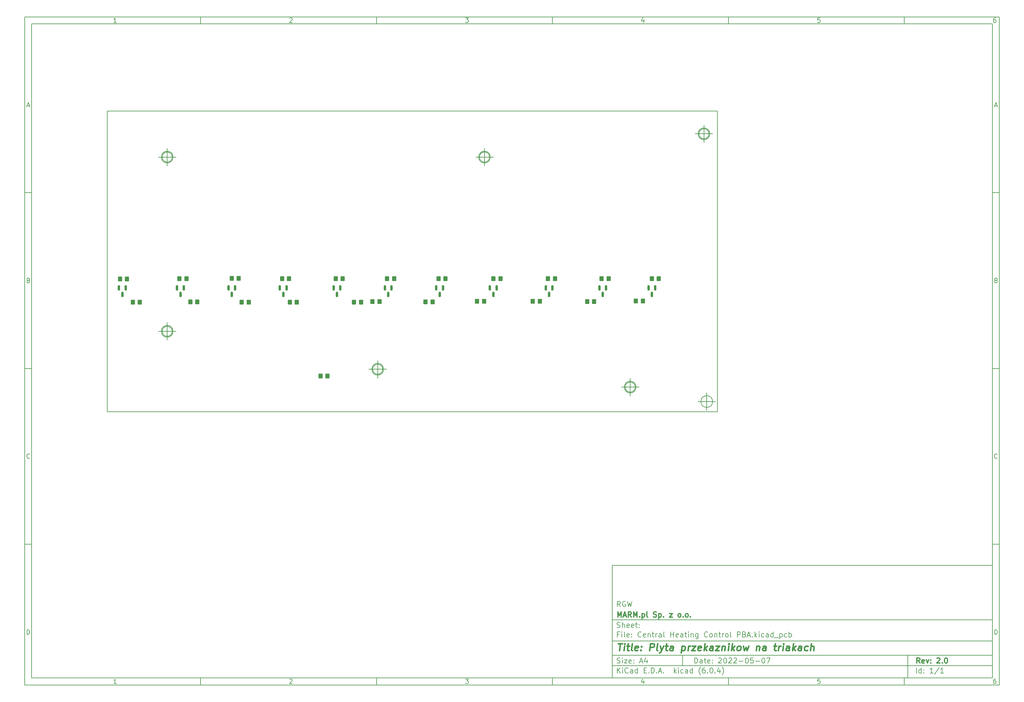
<source format=gbr>
%TF.GenerationSoftware,KiCad,Pcbnew,(6.0.4)*%
%TF.CreationDate,2022-05-07T15:38:29+02:00*%
%TF.ProjectId,Central Heating Control PBA,43656e74-7261-46c2-9048-656174696e67,2.0*%
%TF.SameCoordinates,PXc283690PY71d9820*%
%TF.FileFunction,Paste,Top*%
%TF.FilePolarity,Positive*%
%FSLAX46Y46*%
G04 Gerber Fmt 4.6, Leading zero omitted, Abs format (unit mm)*
G04 Created by KiCad (PCBNEW (6.0.4)) date 2022-05-07 15:38:29*
%MOMM*%
%LPD*%
G01*
G04 APERTURE LIST*
G04 Aperture macros list*
%AMRoundRect*
0 Rectangle with rounded corners*
0 $1 Rounding radius*
0 $2 $3 $4 $5 $6 $7 $8 $9 X,Y pos of 4 corners*
0 Add a 4 corners polygon primitive as box body*
4,1,4,$2,$3,$4,$5,$6,$7,$8,$9,$2,$3,0*
0 Add four circle primitives for the rounded corners*
1,1,$1+$1,$2,$3*
1,1,$1+$1,$4,$5*
1,1,$1+$1,$6,$7*
1,1,$1+$1,$8,$9*
0 Add four rect primitives between the rounded corners*
20,1,$1+$1,$2,$3,$4,$5,0*
20,1,$1+$1,$4,$5,$6,$7,0*
20,1,$1+$1,$6,$7,$8,$9,0*
20,1,$1+$1,$8,$9,$2,$3,0*%
G04 Aperture macros list end*
%ADD10C,0.100000*%
%ADD11C,0.150000*%
%ADD12C,0.300000*%
%ADD13C,0.400000*%
%TA.AperFunction,Profile*%
%ADD14C,0.150000*%
%TD*%
%ADD15RoundRect,0.250000X-0.350000X-0.450000X0.350000X-0.450000X0.350000X0.450000X-0.350000X0.450000X0*%
%ADD16RoundRect,0.150000X-0.150000X0.587500X-0.150000X-0.587500X0.150000X-0.587500X0.150000X0.587500X0*%
%ADD17RoundRect,0.250000X0.350000X0.450000X-0.350000X0.450000X-0.350000X-0.450000X0.350000X-0.450000X0*%
G04 APERTURE END LIST*
D10*
D11*
X-26959800Y-46627200D02*
X-26959800Y-78627200D01*
X81040200Y-78627200D01*
X81040200Y-46627200D01*
X-26959800Y-46627200D01*
D10*
D11*
X-193962000Y109380000D02*
X-193962000Y-80627200D01*
X83040200Y-80627200D01*
X83040200Y109380000D01*
X-193962000Y109380000D01*
D10*
D11*
X-191962000Y107380000D02*
X-191962000Y-78627200D01*
X81040200Y-78627200D01*
X81040200Y107380000D01*
X-191962000Y107380000D01*
D10*
D11*
X-143962000Y107380000D02*
X-143962000Y109380000D01*
D10*
D11*
X-93962000Y107380000D02*
X-93962000Y109380000D01*
D10*
D11*
X-43962000Y107380000D02*
X-43962000Y109380000D01*
D10*
D11*
X6038000Y107380000D02*
X6038000Y109380000D01*
D10*
D11*
X56038000Y107380000D02*
X56038000Y109380000D01*
D10*
D11*
X-167896524Y107791905D02*
X-168639381Y107791905D01*
X-168267953Y107791905D02*
X-168267953Y109091905D01*
X-168391762Y108906191D01*
X-168515572Y108782381D01*
X-168639381Y108720477D01*
D10*
D11*
X-118639381Y108968096D02*
X-118577477Y109030000D01*
X-118453667Y109091905D01*
X-118144143Y109091905D01*
X-118020334Y109030000D01*
X-117958429Y108968096D01*
X-117896524Y108844286D01*
X-117896524Y108720477D01*
X-117958429Y108534762D01*
X-118701286Y107791905D01*
X-117896524Y107791905D01*
D10*
D11*
X-68701286Y109091905D02*
X-67896524Y109091905D01*
X-68329858Y108596667D01*
X-68144143Y108596667D01*
X-68020334Y108534762D01*
X-67958429Y108472858D01*
X-67896524Y108349048D01*
X-67896524Y108039524D01*
X-67958429Y107915715D01*
X-68020334Y107853810D01*
X-68144143Y107791905D01*
X-68515572Y107791905D01*
X-68639381Y107853810D01*
X-68701286Y107915715D01*
D10*
D11*
X-18020334Y108658572D02*
X-18020334Y107791905D01*
X-18329858Y109153810D02*
X-18639381Y108225239D01*
X-17834620Y108225239D01*
D10*
D11*
X32041571Y109091905D02*
X31422523Y109091905D01*
X31360619Y108472858D01*
X31422523Y108534762D01*
X31546333Y108596667D01*
X31855857Y108596667D01*
X31979666Y108534762D01*
X32041571Y108472858D01*
X32103476Y108349048D01*
X32103476Y108039524D01*
X32041571Y107915715D01*
X31979666Y107853810D01*
X31855857Y107791905D01*
X31546333Y107791905D01*
X31422523Y107853810D01*
X31360619Y107915715D01*
D10*
D11*
X81979666Y109091905D02*
X81732047Y109091905D01*
X81608238Y109030000D01*
X81546333Y108968096D01*
X81422523Y108782381D01*
X81360619Y108534762D01*
X81360619Y108039524D01*
X81422523Y107915715D01*
X81484428Y107853810D01*
X81608238Y107791905D01*
X81855857Y107791905D01*
X81979666Y107853810D01*
X82041571Y107915715D01*
X82103476Y108039524D01*
X82103476Y108349048D01*
X82041571Y108472858D01*
X81979666Y108534762D01*
X81855857Y108596667D01*
X81608238Y108596667D01*
X81484428Y108534762D01*
X81422523Y108472858D01*
X81360619Y108349048D01*
D10*
D11*
X-143962000Y-78627200D02*
X-143962000Y-80627200D01*
D10*
D11*
X-93962000Y-78627200D02*
X-93962000Y-80627200D01*
D10*
D11*
X-43962000Y-78627200D02*
X-43962000Y-80627200D01*
D10*
D11*
X6038000Y-78627200D02*
X6038000Y-80627200D01*
D10*
D11*
X56038000Y-78627200D02*
X56038000Y-80627200D01*
D10*
D11*
X-167896524Y-80215295D02*
X-168639381Y-80215295D01*
X-168267953Y-80215295D02*
X-168267953Y-78915295D01*
X-168391762Y-79101009D01*
X-168515572Y-79224819D01*
X-168639381Y-79286723D01*
D10*
D11*
X-118639381Y-79039104D02*
X-118577477Y-78977200D01*
X-118453667Y-78915295D01*
X-118144143Y-78915295D01*
X-118020334Y-78977200D01*
X-117958429Y-79039104D01*
X-117896524Y-79162914D01*
X-117896524Y-79286723D01*
X-117958429Y-79472438D01*
X-118701286Y-80215295D01*
X-117896524Y-80215295D01*
D10*
D11*
X-68701286Y-78915295D02*
X-67896524Y-78915295D01*
X-68329858Y-79410533D01*
X-68144143Y-79410533D01*
X-68020334Y-79472438D01*
X-67958429Y-79534342D01*
X-67896524Y-79658152D01*
X-67896524Y-79967676D01*
X-67958429Y-80091485D01*
X-68020334Y-80153390D01*
X-68144143Y-80215295D01*
X-68515572Y-80215295D01*
X-68639381Y-80153390D01*
X-68701286Y-80091485D01*
D10*
D11*
X-18020334Y-79348628D02*
X-18020334Y-80215295D01*
X-18329858Y-78853390D02*
X-18639381Y-79781961D01*
X-17834620Y-79781961D01*
D10*
D11*
X32041571Y-78915295D02*
X31422523Y-78915295D01*
X31360619Y-79534342D01*
X31422523Y-79472438D01*
X31546333Y-79410533D01*
X31855857Y-79410533D01*
X31979666Y-79472438D01*
X32041571Y-79534342D01*
X32103476Y-79658152D01*
X32103476Y-79967676D01*
X32041571Y-80091485D01*
X31979666Y-80153390D01*
X31855857Y-80215295D01*
X31546333Y-80215295D01*
X31422523Y-80153390D01*
X31360619Y-80091485D01*
D10*
D11*
X81979666Y-78915295D02*
X81732047Y-78915295D01*
X81608238Y-78977200D01*
X81546333Y-79039104D01*
X81422523Y-79224819D01*
X81360619Y-79472438D01*
X81360619Y-79967676D01*
X81422523Y-80091485D01*
X81484428Y-80153390D01*
X81608238Y-80215295D01*
X81855857Y-80215295D01*
X81979666Y-80153390D01*
X82041571Y-80091485D01*
X82103476Y-79967676D01*
X82103476Y-79658152D01*
X82041571Y-79534342D01*
X81979666Y-79472438D01*
X81855857Y-79410533D01*
X81608238Y-79410533D01*
X81484428Y-79472438D01*
X81422523Y-79534342D01*
X81360619Y-79658152D01*
D10*
D11*
X-193962000Y59380000D02*
X-191962000Y59380000D01*
D10*
D11*
X-193962000Y9380000D02*
X-191962000Y9380000D01*
D10*
D11*
X-193962000Y-40620000D02*
X-191962000Y-40620000D01*
D10*
D11*
X-193271524Y84163334D02*
X-192652477Y84163334D01*
X-193395334Y83791905D02*
X-192962000Y85091905D01*
X-192528667Y83791905D01*
D10*
D11*
X-192869143Y34472858D02*
X-192683429Y34410953D01*
X-192621524Y34349048D01*
X-192559620Y34225239D01*
X-192559620Y34039524D01*
X-192621524Y33915715D01*
X-192683429Y33853810D01*
X-192807239Y33791905D01*
X-193302477Y33791905D01*
X-193302477Y35091905D01*
X-192869143Y35091905D01*
X-192745334Y35030000D01*
X-192683429Y34968096D01*
X-192621524Y34844286D01*
X-192621524Y34720477D01*
X-192683429Y34596667D01*
X-192745334Y34534762D01*
X-192869143Y34472858D01*
X-193302477Y34472858D01*
D10*
D11*
X-192559620Y-16084285D02*
X-192621524Y-16146190D01*
X-192807239Y-16208095D01*
X-192931048Y-16208095D01*
X-193116762Y-16146190D01*
X-193240572Y-16022380D01*
X-193302477Y-15898571D01*
X-193364381Y-15650952D01*
X-193364381Y-15465238D01*
X-193302477Y-15217619D01*
X-193240572Y-15093809D01*
X-193116762Y-14970000D01*
X-192931048Y-14908095D01*
X-192807239Y-14908095D01*
X-192621524Y-14970000D01*
X-192559620Y-15031904D01*
D10*
D11*
X-193302477Y-66208095D02*
X-193302477Y-64908095D01*
X-192992953Y-64908095D01*
X-192807239Y-64970000D01*
X-192683429Y-65093809D01*
X-192621524Y-65217619D01*
X-192559620Y-65465238D01*
X-192559620Y-65650952D01*
X-192621524Y-65898571D01*
X-192683429Y-66022380D01*
X-192807239Y-66146190D01*
X-192992953Y-66208095D01*
X-193302477Y-66208095D01*
D10*
D11*
X83040200Y59380000D02*
X81040200Y59380000D01*
D10*
D11*
X83040200Y9380000D02*
X81040200Y9380000D01*
D10*
D11*
X83040200Y-40620000D02*
X81040200Y-40620000D01*
D10*
D11*
X81730676Y84163334D02*
X82349723Y84163334D01*
X81606866Y83791905D02*
X82040200Y85091905D01*
X82473533Y83791905D01*
D10*
D11*
X82133057Y34472858D02*
X82318771Y34410953D01*
X82380676Y34349048D01*
X82442580Y34225239D01*
X82442580Y34039524D01*
X82380676Y33915715D01*
X82318771Y33853810D01*
X82194961Y33791905D01*
X81699723Y33791905D01*
X81699723Y35091905D01*
X82133057Y35091905D01*
X82256866Y35030000D01*
X82318771Y34968096D01*
X82380676Y34844286D01*
X82380676Y34720477D01*
X82318771Y34596667D01*
X82256866Y34534762D01*
X82133057Y34472858D01*
X81699723Y34472858D01*
D10*
D11*
X82442580Y-16084285D02*
X82380676Y-16146190D01*
X82194961Y-16208095D01*
X82071152Y-16208095D01*
X81885438Y-16146190D01*
X81761628Y-16022380D01*
X81699723Y-15898571D01*
X81637819Y-15650952D01*
X81637819Y-15465238D01*
X81699723Y-15217619D01*
X81761628Y-15093809D01*
X81885438Y-14970000D01*
X82071152Y-14908095D01*
X82194961Y-14908095D01*
X82380676Y-14970000D01*
X82442580Y-15031904D01*
D10*
D11*
X81699723Y-66208095D02*
X81699723Y-64908095D01*
X82009247Y-64908095D01*
X82194961Y-64970000D01*
X82318771Y-65093809D01*
X82380676Y-65217619D01*
X82442580Y-65465238D01*
X82442580Y-65650952D01*
X82380676Y-65898571D01*
X82318771Y-66022380D01*
X82194961Y-66146190D01*
X82009247Y-66208095D01*
X81699723Y-66208095D01*
D10*
D11*
X-3527658Y-74405771D02*
X-3527658Y-72905771D01*
X-3170515Y-72905771D01*
X-2956229Y-72977200D01*
X-2813372Y-73120057D01*
X-2741943Y-73262914D01*
X-2670515Y-73548628D01*
X-2670515Y-73762914D01*
X-2741943Y-74048628D01*
X-2813372Y-74191485D01*
X-2956229Y-74334342D01*
X-3170515Y-74405771D01*
X-3527658Y-74405771D01*
X-1384800Y-74405771D02*
X-1384800Y-73620057D01*
X-1456229Y-73477200D01*
X-1599086Y-73405771D01*
X-1884800Y-73405771D01*
X-2027658Y-73477200D01*
X-1384800Y-74334342D02*
X-1527658Y-74405771D01*
X-1884800Y-74405771D01*
X-2027658Y-74334342D01*
X-2099086Y-74191485D01*
X-2099086Y-74048628D01*
X-2027658Y-73905771D01*
X-1884800Y-73834342D01*
X-1527658Y-73834342D01*
X-1384800Y-73762914D01*
X-884800Y-73405771D02*
X-313372Y-73405771D01*
X-670515Y-72905771D02*
X-670515Y-74191485D01*
X-599086Y-74334342D01*
X-456229Y-74405771D01*
X-313372Y-74405771D01*
X758057Y-74334342D02*
X615200Y-74405771D01*
X329485Y-74405771D01*
X186628Y-74334342D01*
X115200Y-74191485D01*
X115200Y-73620057D01*
X186628Y-73477200D01*
X329485Y-73405771D01*
X615200Y-73405771D01*
X758057Y-73477200D01*
X829485Y-73620057D01*
X829485Y-73762914D01*
X115200Y-73905771D01*
X1472342Y-74262914D02*
X1543771Y-74334342D01*
X1472342Y-74405771D01*
X1400914Y-74334342D01*
X1472342Y-74262914D01*
X1472342Y-74405771D01*
X1472342Y-73477200D02*
X1543771Y-73548628D01*
X1472342Y-73620057D01*
X1400914Y-73548628D01*
X1472342Y-73477200D01*
X1472342Y-73620057D01*
X3258057Y-73048628D02*
X3329485Y-72977200D01*
X3472342Y-72905771D01*
X3829485Y-72905771D01*
X3972342Y-72977200D01*
X4043771Y-73048628D01*
X4115200Y-73191485D01*
X4115200Y-73334342D01*
X4043771Y-73548628D01*
X3186628Y-74405771D01*
X4115200Y-74405771D01*
X5043771Y-72905771D02*
X5186628Y-72905771D01*
X5329485Y-72977200D01*
X5400914Y-73048628D01*
X5472342Y-73191485D01*
X5543771Y-73477200D01*
X5543771Y-73834342D01*
X5472342Y-74120057D01*
X5400914Y-74262914D01*
X5329485Y-74334342D01*
X5186628Y-74405771D01*
X5043771Y-74405771D01*
X4900914Y-74334342D01*
X4829485Y-74262914D01*
X4758057Y-74120057D01*
X4686628Y-73834342D01*
X4686628Y-73477200D01*
X4758057Y-73191485D01*
X4829485Y-73048628D01*
X4900914Y-72977200D01*
X5043771Y-72905771D01*
X6115200Y-73048628D02*
X6186628Y-72977200D01*
X6329485Y-72905771D01*
X6686628Y-72905771D01*
X6829485Y-72977200D01*
X6900914Y-73048628D01*
X6972342Y-73191485D01*
X6972342Y-73334342D01*
X6900914Y-73548628D01*
X6043771Y-74405771D01*
X6972342Y-74405771D01*
X7543771Y-73048628D02*
X7615200Y-72977200D01*
X7758057Y-72905771D01*
X8115200Y-72905771D01*
X8258057Y-72977200D01*
X8329485Y-73048628D01*
X8400914Y-73191485D01*
X8400914Y-73334342D01*
X8329485Y-73548628D01*
X7472342Y-74405771D01*
X8400914Y-74405771D01*
X9043771Y-73834342D02*
X10186628Y-73834342D01*
X11186628Y-72905771D02*
X11329485Y-72905771D01*
X11472342Y-72977200D01*
X11543771Y-73048628D01*
X11615200Y-73191485D01*
X11686628Y-73477200D01*
X11686628Y-73834342D01*
X11615200Y-74120057D01*
X11543771Y-74262914D01*
X11472342Y-74334342D01*
X11329485Y-74405771D01*
X11186628Y-74405771D01*
X11043771Y-74334342D01*
X10972342Y-74262914D01*
X10900914Y-74120057D01*
X10829485Y-73834342D01*
X10829485Y-73477200D01*
X10900914Y-73191485D01*
X10972342Y-73048628D01*
X11043771Y-72977200D01*
X11186628Y-72905771D01*
X13043771Y-72905771D02*
X12329485Y-72905771D01*
X12258057Y-73620057D01*
X12329485Y-73548628D01*
X12472342Y-73477200D01*
X12829485Y-73477200D01*
X12972342Y-73548628D01*
X13043771Y-73620057D01*
X13115200Y-73762914D01*
X13115200Y-74120057D01*
X13043771Y-74262914D01*
X12972342Y-74334342D01*
X12829485Y-74405771D01*
X12472342Y-74405771D01*
X12329485Y-74334342D01*
X12258057Y-74262914D01*
X13758057Y-73834342D02*
X14900914Y-73834342D01*
X15900914Y-72905771D02*
X16043771Y-72905771D01*
X16186628Y-72977200D01*
X16258057Y-73048628D01*
X16329485Y-73191485D01*
X16400914Y-73477200D01*
X16400914Y-73834342D01*
X16329485Y-74120057D01*
X16258057Y-74262914D01*
X16186628Y-74334342D01*
X16043771Y-74405771D01*
X15900914Y-74405771D01*
X15758057Y-74334342D01*
X15686628Y-74262914D01*
X15615200Y-74120057D01*
X15543771Y-73834342D01*
X15543771Y-73477200D01*
X15615200Y-73191485D01*
X15686628Y-73048628D01*
X15758057Y-72977200D01*
X15900914Y-72905771D01*
X16900914Y-72905771D02*
X17900914Y-72905771D01*
X17258057Y-74405771D01*
D10*
D11*
X-26959800Y-75127200D02*
X81040200Y-75127200D01*
D10*
D11*
X-25527658Y-77205771D02*
X-25527658Y-75705771D01*
X-24670515Y-77205771D02*
X-25313372Y-76348628D01*
X-24670515Y-75705771D02*
X-25527658Y-76562914D01*
X-24027658Y-77205771D02*
X-24027658Y-76205771D01*
X-24027658Y-75705771D02*
X-24099086Y-75777200D01*
X-24027658Y-75848628D01*
X-23956229Y-75777200D01*
X-24027658Y-75705771D01*
X-24027658Y-75848628D01*
X-22456229Y-77062914D02*
X-22527658Y-77134342D01*
X-22741943Y-77205771D01*
X-22884800Y-77205771D01*
X-23099086Y-77134342D01*
X-23241943Y-76991485D01*
X-23313372Y-76848628D01*
X-23384800Y-76562914D01*
X-23384800Y-76348628D01*
X-23313372Y-76062914D01*
X-23241943Y-75920057D01*
X-23099086Y-75777200D01*
X-22884800Y-75705771D01*
X-22741943Y-75705771D01*
X-22527658Y-75777200D01*
X-22456229Y-75848628D01*
X-21170515Y-77205771D02*
X-21170515Y-76420057D01*
X-21241943Y-76277200D01*
X-21384800Y-76205771D01*
X-21670515Y-76205771D01*
X-21813372Y-76277200D01*
X-21170515Y-77134342D02*
X-21313372Y-77205771D01*
X-21670515Y-77205771D01*
X-21813372Y-77134342D01*
X-21884800Y-76991485D01*
X-21884800Y-76848628D01*
X-21813372Y-76705771D01*
X-21670515Y-76634342D01*
X-21313372Y-76634342D01*
X-21170515Y-76562914D01*
X-19813372Y-77205771D02*
X-19813372Y-75705771D01*
X-19813372Y-77134342D02*
X-19956229Y-77205771D01*
X-20241943Y-77205771D01*
X-20384800Y-77134342D01*
X-20456229Y-77062914D01*
X-20527658Y-76920057D01*
X-20527658Y-76491485D01*
X-20456229Y-76348628D01*
X-20384800Y-76277200D01*
X-20241943Y-76205771D01*
X-19956229Y-76205771D01*
X-19813372Y-76277200D01*
X-17956229Y-76420057D02*
X-17456229Y-76420057D01*
X-17241943Y-77205771D02*
X-17956229Y-77205771D01*
X-17956229Y-75705771D01*
X-17241943Y-75705771D01*
X-16599086Y-77062914D02*
X-16527658Y-77134342D01*
X-16599086Y-77205771D01*
X-16670515Y-77134342D01*
X-16599086Y-77062914D01*
X-16599086Y-77205771D01*
X-15884800Y-77205771D02*
X-15884800Y-75705771D01*
X-15527658Y-75705771D01*
X-15313372Y-75777200D01*
X-15170515Y-75920057D01*
X-15099086Y-76062914D01*
X-15027658Y-76348628D01*
X-15027658Y-76562914D01*
X-15099086Y-76848628D01*
X-15170515Y-76991485D01*
X-15313372Y-77134342D01*
X-15527658Y-77205771D01*
X-15884800Y-77205771D01*
X-14384800Y-77062914D02*
X-14313372Y-77134342D01*
X-14384800Y-77205771D01*
X-14456229Y-77134342D01*
X-14384800Y-77062914D01*
X-14384800Y-77205771D01*
X-13741943Y-76777200D02*
X-13027658Y-76777200D01*
X-13884800Y-77205771D02*
X-13384800Y-75705771D01*
X-12884800Y-77205771D01*
X-12384800Y-77062914D02*
X-12313372Y-77134342D01*
X-12384800Y-77205771D01*
X-12456229Y-77134342D01*
X-12384800Y-77062914D01*
X-12384800Y-77205771D01*
X-9384800Y-77205771D02*
X-9384800Y-75705771D01*
X-9241943Y-76634342D02*
X-8813372Y-77205771D01*
X-8813372Y-76205771D02*
X-9384800Y-76777200D01*
X-8170515Y-77205771D02*
X-8170515Y-76205771D01*
X-8170515Y-75705771D02*
X-8241943Y-75777200D01*
X-8170515Y-75848628D01*
X-8099086Y-75777200D01*
X-8170515Y-75705771D01*
X-8170515Y-75848628D01*
X-6813372Y-77134342D02*
X-6956229Y-77205771D01*
X-7241943Y-77205771D01*
X-7384800Y-77134342D01*
X-7456229Y-77062914D01*
X-7527658Y-76920057D01*
X-7527658Y-76491485D01*
X-7456229Y-76348628D01*
X-7384800Y-76277200D01*
X-7241943Y-76205771D01*
X-6956229Y-76205771D01*
X-6813372Y-76277200D01*
X-5527658Y-77205771D02*
X-5527658Y-76420057D01*
X-5599086Y-76277200D01*
X-5741943Y-76205771D01*
X-6027658Y-76205771D01*
X-6170515Y-76277200D01*
X-5527658Y-77134342D02*
X-5670515Y-77205771D01*
X-6027658Y-77205771D01*
X-6170515Y-77134342D01*
X-6241943Y-76991485D01*
X-6241943Y-76848628D01*
X-6170515Y-76705771D01*
X-6027658Y-76634342D01*
X-5670515Y-76634342D01*
X-5527658Y-76562914D01*
X-4170515Y-77205771D02*
X-4170515Y-75705771D01*
X-4170515Y-77134342D02*
X-4313372Y-77205771D01*
X-4599086Y-77205771D01*
X-4741943Y-77134342D01*
X-4813372Y-77062914D01*
X-4884800Y-76920057D01*
X-4884800Y-76491485D01*
X-4813372Y-76348628D01*
X-4741943Y-76277200D01*
X-4599086Y-76205771D01*
X-4313372Y-76205771D01*
X-4170515Y-76277200D01*
X-1884800Y-77777200D02*
X-1956229Y-77705771D01*
X-2099086Y-77491485D01*
X-2170515Y-77348628D01*
X-2241943Y-77134342D01*
X-2313372Y-76777200D01*
X-2313372Y-76491485D01*
X-2241943Y-76134342D01*
X-2170515Y-75920057D01*
X-2099086Y-75777200D01*
X-1956229Y-75562914D01*
X-1884800Y-75491485D01*
X-670515Y-75705771D02*
X-956229Y-75705771D01*
X-1099086Y-75777200D01*
X-1170515Y-75848628D01*
X-1313372Y-76062914D01*
X-1384800Y-76348628D01*
X-1384800Y-76920057D01*
X-1313372Y-77062914D01*
X-1241943Y-77134342D01*
X-1099086Y-77205771D01*
X-813372Y-77205771D01*
X-670515Y-77134342D01*
X-599086Y-77062914D01*
X-527658Y-76920057D01*
X-527658Y-76562914D01*
X-599086Y-76420057D01*
X-670515Y-76348628D01*
X-813372Y-76277200D01*
X-1099086Y-76277200D01*
X-1241943Y-76348628D01*
X-1313372Y-76420057D01*
X-1384800Y-76562914D01*
X115200Y-77062914D02*
X186628Y-77134342D01*
X115200Y-77205771D01*
X43771Y-77134342D01*
X115200Y-77062914D01*
X115200Y-77205771D01*
X1115200Y-75705771D02*
X1258057Y-75705771D01*
X1400914Y-75777200D01*
X1472342Y-75848628D01*
X1543771Y-75991485D01*
X1615200Y-76277200D01*
X1615200Y-76634342D01*
X1543771Y-76920057D01*
X1472342Y-77062914D01*
X1400914Y-77134342D01*
X1258057Y-77205771D01*
X1115200Y-77205771D01*
X972342Y-77134342D01*
X900914Y-77062914D01*
X829485Y-76920057D01*
X758057Y-76634342D01*
X758057Y-76277200D01*
X829485Y-75991485D01*
X900914Y-75848628D01*
X972342Y-75777200D01*
X1115200Y-75705771D01*
X2258057Y-77062914D02*
X2329485Y-77134342D01*
X2258057Y-77205771D01*
X2186628Y-77134342D01*
X2258057Y-77062914D01*
X2258057Y-77205771D01*
X3615200Y-76205771D02*
X3615200Y-77205771D01*
X3258057Y-75634342D02*
X2900914Y-76705771D01*
X3829485Y-76705771D01*
X4258057Y-77777200D02*
X4329485Y-77705771D01*
X4472342Y-77491485D01*
X4543771Y-77348628D01*
X4615200Y-77134342D01*
X4686628Y-76777200D01*
X4686628Y-76491485D01*
X4615200Y-76134342D01*
X4543771Y-75920057D01*
X4472342Y-75777200D01*
X4329485Y-75562914D01*
X4258057Y-75491485D01*
D10*
D11*
X-26959800Y-72127200D02*
X81040200Y-72127200D01*
D10*
D12*
X60449485Y-74405771D02*
X59949485Y-73691485D01*
X59592342Y-74405771D02*
X59592342Y-72905771D01*
X60163771Y-72905771D01*
X60306628Y-72977200D01*
X60378057Y-73048628D01*
X60449485Y-73191485D01*
X60449485Y-73405771D01*
X60378057Y-73548628D01*
X60306628Y-73620057D01*
X60163771Y-73691485D01*
X59592342Y-73691485D01*
X61663771Y-74334342D02*
X61520914Y-74405771D01*
X61235200Y-74405771D01*
X61092342Y-74334342D01*
X61020914Y-74191485D01*
X61020914Y-73620057D01*
X61092342Y-73477200D01*
X61235200Y-73405771D01*
X61520914Y-73405771D01*
X61663771Y-73477200D01*
X61735200Y-73620057D01*
X61735200Y-73762914D01*
X61020914Y-73905771D01*
X62235200Y-73405771D02*
X62592342Y-74405771D01*
X62949485Y-73405771D01*
X63520914Y-74262914D02*
X63592342Y-74334342D01*
X63520914Y-74405771D01*
X63449485Y-74334342D01*
X63520914Y-74262914D01*
X63520914Y-74405771D01*
X63520914Y-73477200D02*
X63592342Y-73548628D01*
X63520914Y-73620057D01*
X63449485Y-73548628D01*
X63520914Y-73477200D01*
X63520914Y-73620057D01*
X65306628Y-73048628D02*
X65378057Y-72977200D01*
X65520914Y-72905771D01*
X65878057Y-72905771D01*
X66020914Y-72977200D01*
X66092342Y-73048628D01*
X66163771Y-73191485D01*
X66163771Y-73334342D01*
X66092342Y-73548628D01*
X65235200Y-74405771D01*
X66163771Y-74405771D01*
X66806628Y-74262914D02*
X66878057Y-74334342D01*
X66806628Y-74405771D01*
X66735200Y-74334342D01*
X66806628Y-74262914D01*
X66806628Y-74405771D01*
X67806628Y-72905771D02*
X67949485Y-72905771D01*
X68092342Y-72977200D01*
X68163771Y-73048628D01*
X68235200Y-73191485D01*
X68306628Y-73477200D01*
X68306628Y-73834342D01*
X68235200Y-74120057D01*
X68163771Y-74262914D01*
X68092342Y-74334342D01*
X67949485Y-74405771D01*
X67806628Y-74405771D01*
X67663771Y-74334342D01*
X67592342Y-74262914D01*
X67520914Y-74120057D01*
X67449485Y-73834342D01*
X67449485Y-73477200D01*
X67520914Y-73191485D01*
X67592342Y-73048628D01*
X67663771Y-72977200D01*
X67806628Y-72905771D01*
D10*
D11*
X-25599086Y-74334342D02*
X-25384800Y-74405771D01*
X-25027658Y-74405771D01*
X-24884800Y-74334342D01*
X-24813372Y-74262914D01*
X-24741943Y-74120057D01*
X-24741943Y-73977200D01*
X-24813372Y-73834342D01*
X-24884800Y-73762914D01*
X-25027658Y-73691485D01*
X-25313372Y-73620057D01*
X-25456229Y-73548628D01*
X-25527658Y-73477200D01*
X-25599086Y-73334342D01*
X-25599086Y-73191485D01*
X-25527658Y-73048628D01*
X-25456229Y-72977200D01*
X-25313372Y-72905771D01*
X-24956229Y-72905771D01*
X-24741943Y-72977200D01*
X-24099086Y-74405771D02*
X-24099086Y-73405771D01*
X-24099086Y-72905771D02*
X-24170515Y-72977200D01*
X-24099086Y-73048628D01*
X-24027658Y-72977200D01*
X-24099086Y-72905771D01*
X-24099086Y-73048628D01*
X-23527658Y-73405771D02*
X-22741943Y-73405771D01*
X-23527658Y-74405771D01*
X-22741943Y-74405771D01*
X-21599086Y-74334342D02*
X-21741943Y-74405771D01*
X-22027658Y-74405771D01*
X-22170515Y-74334342D01*
X-22241943Y-74191485D01*
X-22241943Y-73620057D01*
X-22170515Y-73477200D01*
X-22027658Y-73405771D01*
X-21741943Y-73405771D01*
X-21599086Y-73477200D01*
X-21527658Y-73620057D01*
X-21527658Y-73762914D01*
X-22241943Y-73905771D01*
X-20884800Y-74262914D02*
X-20813372Y-74334342D01*
X-20884800Y-74405771D01*
X-20956229Y-74334342D01*
X-20884800Y-74262914D01*
X-20884800Y-74405771D01*
X-20884800Y-73477200D02*
X-20813372Y-73548628D01*
X-20884800Y-73620057D01*
X-20956229Y-73548628D01*
X-20884800Y-73477200D01*
X-20884800Y-73620057D01*
X-19099086Y-73977200D02*
X-18384800Y-73977200D01*
X-19241943Y-74405771D02*
X-18741943Y-72905771D01*
X-18241943Y-74405771D01*
X-17099086Y-73405771D02*
X-17099086Y-74405771D01*
X-17456229Y-72834342D02*
X-17813372Y-73905771D01*
X-16884800Y-73905771D01*
D10*
D11*
X59472342Y-77205771D02*
X59472342Y-75705771D01*
X60829485Y-77205771D02*
X60829485Y-75705771D01*
X60829485Y-77134342D02*
X60686628Y-77205771D01*
X60400914Y-77205771D01*
X60258057Y-77134342D01*
X60186628Y-77062914D01*
X60115200Y-76920057D01*
X60115200Y-76491485D01*
X60186628Y-76348628D01*
X60258057Y-76277200D01*
X60400914Y-76205771D01*
X60686628Y-76205771D01*
X60829485Y-76277200D01*
X61543771Y-77062914D02*
X61615200Y-77134342D01*
X61543771Y-77205771D01*
X61472342Y-77134342D01*
X61543771Y-77062914D01*
X61543771Y-77205771D01*
X61543771Y-76277200D02*
X61615200Y-76348628D01*
X61543771Y-76420057D01*
X61472342Y-76348628D01*
X61543771Y-76277200D01*
X61543771Y-76420057D01*
X64186628Y-77205771D02*
X63329485Y-77205771D01*
X63758057Y-77205771D02*
X63758057Y-75705771D01*
X63615200Y-75920057D01*
X63472342Y-76062914D01*
X63329485Y-76134342D01*
X65900914Y-75634342D02*
X64615200Y-77562914D01*
X67186628Y-77205771D02*
X66329485Y-77205771D01*
X66758057Y-77205771D02*
X66758057Y-75705771D01*
X66615200Y-75920057D01*
X66472342Y-76062914D01*
X66329485Y-76134342D01*
D10*
D11*
X-26959800Y-68127200D02*
X81040200Y-68127200D01*
D10*
D13*
X-25247420Y-68831961D02*
X-24104562Y-68831961D01*
X-24925991Y-70831961D02*
X-24675991Y-68831961D01*
X-23687896Y-70831961D02*
X-23521229Y-69498628D01*
X-23437896Y-68831961D02*
X-23545039Y-68927200D01*
X-23461705Y-69022438D01*
X-23354562Y-68927200D01*
X-23437896Y-68831961D01*
X-23461705Y-69022438D01*
X-22854562Y-69498628D02*
X-22092658Y-69498628D01*
X-22485515Y-68831961D02*
X-22699800Y-70546247D01*
X-22628372Y-70736723D01*
X-22449800Y-70831961D01*
X-22259324Y-70831961D01*
X-21306943Y-70831961D02*
X-21485515Y-70736723D01*
X-21556943Y-70546247D01*
X-21342658Y-68831961D01*
X-19771229Y-70736723D02*
X-19973610Y-70831961D01*
X-20354562Y-70831961D01*
X-20533134Y-70736723D01*
X-20604562Y-70546247D01*
X-20509324Y-69784342D01*
X-20390277Y-69593866D01*
X-20187896Y-69498628D01*
X-19806943Y-69498628D01*
X-19628372Y-69593866D01*
X-19556943Y-69784342D01*
X-19580753Y-69974819D01*
X-20556943Y-70165295D01*
X-18806943Y-70641485D02*
X-18723610Y-70736723D01*
X-18830753Y-70831961D01*
X-18914086Y-70736723D01*
X-18806943Y-70641485D01*
X-18830753Y-70831961D01*
X-18675991Y-69593866D02*
X-18592658Y-69689104D01*
X-18699800Y-69784342D01*
X-18783134Y-69689104D01*
X-18675991Y-69593866D01*
X-18699800Y-69784342D01*
X-16354562Y-70831961D02*
X-16104562Y-68831961D01*
X-15342658Y-68831961D01*
X-15164086Y-68927200D01*
X-15080753Y-69022438D01*
X-15009324Y-69212914D01*
X-15045039Y-69498628D01*
X-15164086Y-69689104D01*
X-15271229Y-69784342D01*
X-15473610Y-69879580D01*
X-16235515Y-69879580D01*
X-14068848Y-70831961D02*
X-14247420Y-70736723D01*
X-14318848Y-70546247D01*
X-14104562Y-68831961D01*
X-13330753Y-69498628D02*
X-13021229Y-70831961D01*
X-12378372Y-69498628D02*
X-13021229Y-70831961D01*
X-13271229Y-71308152D01*
X-13378372Y-71403390D01*
X-13580753Y-71498628D01*
X-11902181Y-69498628D02*
X-11140277Y-69498628D01*
X-11533134Y-68831961D02*
X-11747420Y-70546247D01*
X-11675991Y-70736723D01*
X-11497420Y-70831961D01*
X-11306943Y-70831961D01*
X-9783134Y-70831961D02*
X-9652181Y-69784342D01*
X-9723610Y-69593866D01*
X-9902181Y-69498628D01*
X-10283134Y-69498628D01*
X-10485515Y-69593866D01*
X-9771229Y-70736723D02*
X-9973610Y-70831961D01*
X-10449800Y-70831961D01*
X-10628372Y-70736723D01*
X-10699800Y-70546247D01*
X-10675991Y-70355771D01*
X-10556943Y-70165295D01*
X-10354562Y-70070057D01*
X-9878372Y-70070057D01*
X-9675991Y-69974819D01*
X-7140277Y-69498628D02*
X-7390277Y-71498628D01*
X-7152181Y-69593866D02*
X-6949800Y-69498628D01*
X-6568848Y-69498628D01*
X-6390277Y-69593866D01*
X-6306943Y-69689104D01*
X-6235515Y-69879580D01*
X-6306943Y-70451009D01*
X-6425991Y-70641485D01*
X-6533134Y-70736723D01*
X-6735515Y-70831961D01*
X-7116467Y-70831961D01*
X-7295039Y-70736723D01*
X-5497420Y-70831961D02*
X-5330753Y-69498628D01*
X-5378372Y-69879580D02*
X-5259324Y-69689104D01*
X-5152181Y-69593866D01*
X-4949800Y-69498628D01*
X-4759324Y-69498628D01*
X-4283134Y-69498628D02*
X-3235515Y-69498628D01*
X-4449800Y-70831961D01*
X-3402181Y-70831961D01*
X-1866467Y-70736723D02*
X-2068848Y-70831961D01*
X-2449800Y-70831961D01*
X-2628372Y-70736723D01*
X-2699800Y-70546247D01*
X-2604562Y-69784342D01*
X-2485515Y-69593866D01*
X-2283134Y-69498628D01*
X-1902181Y-69498628D01*
X-1723610Y-69593866D01*
X-1652181Y-69784342D01*
X-1675991Y-69974819D01*
X-2652181Y-70165295D01*
X-925991Y-70831961D02*
X-675991Y-68831961D01*
X-640277Y-70070057D02*
X-164086Y-70831961D01*
X2580Y-69498628D02*
X-854562Y-70260533D01*
X1550200Y-70831961D02*
X1681152Y-69784342D01*
X1609723Y-69593866D01*
X1431152Y-69498628D01*
X1050200Y-69498628D01*
X847819Y-69593866D01*
X1562104Y-70736723D02*
X1359723Y-70831961D01*
X883533Y-70831961D01*
X704961Y-70736723D01*
X633533Y-70546247D01*
X657342Y-70355771D01*
X776390Y-70165295D01*
X978771Y-70070057D01*
X1454961Y-70070057D01*
X1657342Y-69974819D01*
X2478771Y-69498628D02*
X3526390Y-69498628D01*
X2312104Y-70831961D01*
X3359723Y-70831961D01*
X4288295Y-69498628D02*
X4121628Y-70831961D01*
X4264485Y-69689104D02*
X4371628Y-69593866D01*
X4574009Y-69498628D01*
X4859723Y-69498628D01*
X5038295Y-69593866D01*
X5109723Y-69784342D01*
X4978771Y-70831961D01*
X5931152Y-70831961D02*
X6097819Y-69498628D01*
X6181152Y-68831961D02*
X6074009Y-68927200D01*
X6157342Y-69022438D01*
X6264485Y-68927200D01*
X6181152Y-68831961D01*
X6157342Y-69022438D01*
X6883533Y-70831961D02*
X7133533Y-68831961D01*
X7169247Y-70070057D02*
X7645438Y-70831961D01*
X7812104Y-69498628D02*
X6954961Y-70260533D01*
X8788295Y-70831961D02*
X8609723Y-70736723D01*
X8526390Y-70641485D01*
X8454961Y-70451009D01*
X8526390Y-69879580D01*
X8645438Y-69689104D01*
X8752580Y-69593866D01*
X8954961Y-69498628D01*
X9240676Y-69498628D01*
X9419247Y-69593866D01*
X9502580Y-69689104D01*
X9574009Y-69879580D01*
X9502580Y-70451009D01*
X9383533Y-70641485D01*
X9276390Y-70736723D01*
X9074009Y-70831961D01*
X8788295Y-70831961D01*
X10288295Y-69498628D02*
X10502580Y-70831961D01*
X11002580Y-69879580D01*
X11264485Y-70831961D01*
X11812104Y-69498628D01*
X14097819Y-69498628D02*
X13931152Y-70831961D01*
X14074009Y-69689104D02*
X14181152Y-69593866D01*
X14383533Y-69498628D01*
X14669247Y-69498628D01*
X14847819Y-69593866D01*
X14919247Y-69784342D01*
X14788295Y-70831961D01*
X16597819Y-70831961D02*
X16728771Y-69784342D01*
X16657342Y-69593866D01*
X16478771Y-69498628D01*
X16097819Y-69498628D01*
X15895438Y-69593866D01*
X16609723Y-70736723D02*
X16407342Y-70831961D01*
X15931152Y-70831961D01*
X15752580Y-70736723D01*
X15681152Y-70546247D01*
X15704961Y-70355771D01*
X15824009Y-70165295D01*
X16026390Y-70070057D01*
X16502580Y-70070057D01*
X16704961Y-69974819D01*
X18954961Y-69498628D02*
X19716866Y-69498628D01*
X19324009Y-68831961D02*
X19109723Y-70546247D01*
X19181152Y-70736723D01*
X19359723Y-70831961D01*
X19550200Y-70831961D01*
X20216866Y-70831961D02*
X20383533Y-69498628D01*
X20335914Y-69879580D02*
X20454961Y-69689104D01*
X20562104Y-69593866D01*
X20764485Y-69498628D01*
X20954961Y-69498628D01*
X21454961Y-70831961D02*
X21621628Y-69498628D01*
X21704961Y-68831961D02*
X21597819Y-68927200D01*
X21681152Y-69022438D01*
X21788295Y-68927200D01*
X21704961Y-68831961D01*
X21681152Y-69022438D01*
X23264485Y-70831961D02*
X23395438Y-69784342D01*
X23324009Y-69593866D01*
X23145438Y-69498628D01*
X22764485Y-69498628D01*
X22562104Y-69593866D01*
X23276390Y-70736723D02*
X23074009Y-70831961D01*
X22597819Y-70831961D01*
X22419247Y-70736723D01*
X22347819Y-70546247D01*
X22371628Y-70355771D01*
X22490676Y-70165295D01*
X22693057Y-70070057D01*
X23169247Y-70070057D01*
X23371628Y-69974819D01*
X24216866Y-70831961D02*
X24466866Y-68831961D01*
X24502580Y-70070057D02*
X24978771Y-70831961D01*
X25145438Y-69498628D02*
X24288295Y-70260533D01*
X26693057Y-70831961D02*
X26824009Y-69784342D01*
X26752580Y-69593866D01*
X26574009Y-69498628D01*
X26193057Y-69498628D01*
X25990676Y-69593866D01*
X26704961Y-70736723D02*
X26502580Y-70831961D01*
X26026390Y-70831961D01*
X25847819Y-70736723D01*
X25776390Y-70546247D01*
X25800200Y-70355771D01*
X25919247Y-70165295D01*
X26121628Y-70070057D01*
X26597819Y-70070057D01*
X26800200Y-69974819D01*
X28514485Y-70736723D02*
X28312104Y-70831961D01*
X27931152Y-70831961D01*
X27752580Y-70736723D01*
X27669247Y-70641485D01*
X27597819Y-70451009D01*
X27669247Y-69879580D01*
X27788295Y-69689104D01*
X27895438Y-69593866D01*
X28097819Y-69498628D01*
X28478771Y-69498628D01*
X28657342Y-69593866D01*
X29359723Y-70831961D02*
X29609723Y-68831961D01*
X30216866Y-70831961D02*
X30347819Y-69784342D01*
X30276390Y-69593866D01*
X30097819Y-69498628D01*
X29812104Y-69498628D01*
X29609723Y-69593866D01*
X29502580Y-69689104D01*
D10*
D11*
X-25027658Y-66220057D02*
X-25527658Y-66220057D01*
X-25527658Y-67005771D02*
X-25527658Y-65505771D01*
X-24813372Y-65505771D01*
X-24241943Y-67005771D02*
X-24241943Y-66005771D01*
X-24241943Y-65505771D02*
X-24313372Y-65577200D01*
X-24241943Y-65648628D01*
X-24170515Y-65577200D01*
X-24241943Y-65505771D01*
X-24241943Y-65648628D01*
X-23313372Y-67005771D02*
X-23456229Y-66934342D01*
X-23527658Y-66791485D01*
X-23527658Y-65505771D01*
X-22170515Y-66934342D02*
X-22313372Y-67005771D01*
X-22599086Y-67005771D01*
X-22741943Y-66934342D01*
X-22813372Y-66791485D01*
X-22813372Y-66220057D01*
X-22741943Y-66077200D01*
X-22599086Y-66005771D01*
X-22313372Y-66005771D01*
X-22170515Y-66077200D01*
X-22099086Y-66220057D01*
X-22099086Y-66362914D01*
X-22813372Y-66505771D01*
X-21456229Y-66862914D02*
X-21384800Y-66934342D01*
X-21456229Y-67005771D01*
X-21527658Y-66934342D01*
X-21456229Y-66862914D01*
X-21456229Y-67005771D01*
X-21456229Y-66077200D02*
X-21384800Y-66148628D01*
X-21456229Y-66220057D01*
X-21527658Y-66148628D01*
X-21456229Y-66077200D01*
X-21456229Y-66220057D01*
X-18741943Y-66862914D02*
X-18813372Y-66934342D01*
X-19027658Y-67005771D01*
X-19170515Y-67005771D01*
X-19384800Y-66934342D01*
X-19527658Y-66791485D01*
X-19599086Y-66648628D01*
X-19670515Y-66362914D01*
X-19670515Y-66148628D01*
X-19599086Y-65862914D01*
X-19527658Y-65720057D01*
X-19384800Y-65577200D01*
X-19170515Y-65505771D01*
X-19027658Y-65505771D01*
X-18813372Y-65577200D01*
X-18741943Y-65648628D01*
X-17527658Y-66934342D02*
X-17670515Y-67005771D01*
X-17956229Y-67005771D01*
X-18099086Y-66934342D01*
X-18170515Y-66791485D01*
X-18170515Y-66220057D01*
X-18099086Y-66077200D01*
X-17956229Y-66005771D01*
X-17670515Y-66005771D01*
X-17527658Y-66077200D01*
X-17456229Y-66220057D01*
X-17456229Y-66362914D01*
X-18170515Y-66505771D01*
X-16813372Y-66005771D02*
X-16813372Y-67005771D01*
X-16813372Y-66148628D02*
X-16741943Y-66077200D01*
X-16599086Y-66005771D01*
X-16384800Y-66005771D01*
X-16241943Y-66077200D01*
X-16170515Y-66220057D01*
X-16170515Y-67005771D01*
X-15670515Y-66005771D02*
X-15099086Y-66005771D01*
X-15456229Y-65505771D02*
X-15456229Y-66791485D01*
X-15384800Y-66934342D01*
X-15241943Y-67005771D01*
X-15099086Y-67005771D01*
X-14599086Y-67005771D02*
X-14599086Y-66005771D01*
X-14599086Y-66291485D02*
X-14527658Y-66148628D01*
X-14456229Y-66077200D01*
X-14313372Y-66005771D01*
X-14170515Y-66005771D01*
X-13027658Y-67005771D02*
X-13027658Y-66220057D01*
X-13099086Y-66077200D01*
X-13241943Y-66005771D01*
X-13527658Y-66005771D01*
X-13670515Y-66077200D01*
X-13027658Y-66934342D02*
X-13170515Y-67005771D01*
X-13527658Y-67005771D01*
X-13670515Y-66934342D01*
X-13741943Y-66791485D01*
X-13741943Y-66648628D01*
X-13670515Y-66505771D01*
X-13527658Y-66434342D01*
X-13170515Y-66434342D01*
X-13027658Y-66362914D01*
X-12099086Y-67005771D02*
X-12241943Y-66934342D01*
X-12313372Y-66791485D01*
X-12313372Y-65505771D01*
X-10384800Y-67005771D02*
X-10384800Y-65505771D01*
X-10384800Y-66220057D02*
X-9527658Y-66220057D01*
X-9527658Y-67005771D02*
X-9527658Y-65505771D01*
X-8241943Y-66934342D02*
X-8384800Y-67005771D01*
X-8670515Y-67005771D01*
X-8813372Y-66934342D01*
X-8884800Y-66791485D01*
X-8884800Y-66220057D01*
X-8813372Y-66077200D01*
X-8670515Y-66005771D01*
X-8384800Y-66005771D01*
X-8241943Y-66077200D01*
X-8170515Y-66220057D01*
X-8170515Y-66362914D01*
X-8884800Y-66505771D01*
X-6884800Y-67005771D02*
X-6884800Y-66220057D01*
X-6956229Y-66077200D01*
X-7099086Y-66005771D01*
X-7384800Y-66005771D01*
X-7527658Y-66077200D01*
X-6884800Y-66934342D02*
X-7027658Y-67005771D01*
X-7384800Y-67005771D01*
X-7527658Y-66934342D01*
X-7599086Y-66791485D01*
X-7599086Y-66648628D01*
X-7527658Y-66505771D01*
X-7384800Y-66434342D01*
X-7027658Y-66434342D01*
X-6884800Y-66362914D01*
X-6384800Y-66005771D02*
X-5813372Y-66005771D01*
X-6170515Y-65505771D02*
X-6170515Y-66791485D01*
X-6099086Y-66934342D01*
X-5956229Y-67005771D01*
X-5813372Y-67005771D01*
X-5313372Y-67005771D02*
X-5313372Y-66005771D01*
X-5313372Y-65505771D02*
X-5384800Y-65577200D01*
X-5313372Y-65648628D01*
X-5241943Y-65577200D01*
X-5313372Y-65505771D01*
X-5313372Y-65648628D01*
X-4599086Y-66005771D02*
X-4599086Y-67005771D01*
X-4599086Y-66148628D02*
X-4527658Y-66077200D01*
X-4384800Y-66005771D01*
X-4170515Y-66005771D01*
X-4027658Y-66077200D01*
X-3956229Y-66220057D01*
X-3956229Y-67005771D01*
X-2599086Y-66005771D02*
X-2599086Y-67220057D01*
X-2670515Y-67362914D01*
X-2741943Y-67434342D01*
X-2884800Y-67505771D01*
X-3099086Y-67505771D01*
X-3241943Y-67434342D01*
X-2599086Y-66934342D02*
X-2741943Y-67005771D01*
X-3027658Y-67005771D01*
X-3170515Y-66934342D01*
X-3241943Y-66862914D01*
X-3313372Y-66720057D01*
X-3313372Y-66291485D01*
X-3241943Y-66148628D01*
X-3170515Y-66077200D01*
X-3027658Y-66005771D01*
X-2741943Y-66005771D01*
X-2599086Y-66077200D01*
X115200Y-66862914D02*
X43771Y-66934342D01*
X-170515Y-67005771D01*
X-313372Y-67005771D01*
X-527658Y-66934342D01*
X-670515Y-66791485D01*
X-741943Y-66648628D01*
X-813372Y-66362914D01*
X-813372Y-66148628D01*
X-741943Y-65862914D01*
X-670515Y-65720057D01*
X-527658Y-65577200D01*
X-313372Y-65505771D01*
X-170515Y-65505771D01*
X43771Y-65577200D01*
X115200Y-65648628D01*
X972342Y-67005771D02*
X829485Y-66934342D01*
X758057Y-66862914D01*
X686628Y-66720057D01*
X686628Y-66291485D01*
X758057Y-66148628D01*
X829485Y-66077200D01*
X972342Y-66005771D01*
X1186628Y-66005771D01*
X1329485Y-66077200D01*
X1400914Y-66148628D01*
X1472342Y-66291485D01*
X1472342Y-66720057D01*
X1400914Y-66862914D01*
X1329485Y-66934342D01*
X1186628Y-67005771D01*
X972342Y-67005771D01*
X2115200Y-66005771D02*
X2115200Y-67005771D01*
X2115200Y-66148628D02*
X2186628Y-66077200D01*
X2329485Y-66005771D01*
X2543771Y-66005771D01*
X2686628Y-66077200D01*
X2758057Y-66220057D01*
X2758057Y-67005771D01*
X3258057Y-66005771D02*
X3829485Y-66005771D01*
X3472342Y-65505771D02*
X3472342Y-66791485D01*
X3543771Y-66934342D01*
X3686628Y-67005771D01*
X3829485Y-67005771D01*
X4329485Y-67005771D02*
X4329485Y-66005771D01*
X4329485Y-66291485D02*
X4400914Y-66148628D01*
X4472342Y-66077200D01*
X4615200Y-66005771D01*
X4758057Y-66005771D01*
X5472342Y-67005771D02*
X5329485Y-66934342D01*
X5258057Y-66862914D01*
X5186628Y-66720057D01*
X5186628Y-66291485D01*
X5258057Y-66148628D01*
X5329485Y-66077200D01*
X5472342Y-66005771D01*
X5686628Y-66005771D01*
X5829485Y-66077200D01*
X5900914Y-66148628D01*
X5972342Y-66291485D01*
X5972342Y-66720057D01*
X5900914Y-66862914D01*
X5829485Y-66934342D01*
X5686628Y-67005771D01*
X5472342Y-67005771D01*
X6829485Y-67005771D02*
X6686628Y-66934342D01*
X6615200Y-66791485D01*
X6615200Y-65505771D01*
X8543771Y-67005771D02*
X8543771Y-65505771D01*
X9115200Y-65505771D01*
X9258057Y-65577200D01*
X9329485Y-65648628D01*
X9400914Y-65791485D01*
X9400914Y-66005771D01*
X9329485Y-66148628D01*
X9258057Y-66220057D01*
X9115200Y-66291485D01*
X8543771Y-66291485D01*
X10543771Y-66220057D02*
X10758057Y-66291485D01*
X10829485Y-66362914D01*
X10900914Y-66505771D01*
X10900914Y-66720057D01*
X10829485Y-66862914D01*
X10758057Y-66934342D01*
X10615200Y-67005771D01*
X10043771Y-67005771D01*
X10043771Y-65505771D01*
X10543771Y-65505771D01*
X10686628Y-65577200D01*
X10758057Y-65648628D01*
X10829485Y-65791485D01*
X10829485Y-65934342D01*
X10758057Y-66077200D01*
X10686628Y-66148628D01*
X10543771Y-66220057D01*
X10043771Y-66220057D01*
X11472342Y-66577200D02*
X12186628Y-66577200D01*
X11329485Y-67005771D02*
X11829485Y-65505771D01*
X12329485Y-67005771D01*
X12829485Y-66862914D02*
X12900914Y-66934342D01*
X12829485Y-67005771D01*
X12758057Y-66934342D01*
X12829485Y-66862914D01*
X12829485Y-67005771D01*
X13543771Y-67005771D02*
X13543771Y-65505771D01*
X13686628Y-66434342D02*
X14115200Y-67005771D01*
X14115200Y-66005771D02*
X13543771Y-66577200D01*
X14758057Y-67005771D02*
X14758057Y-66005771D01*
X14758057Y-65505771D02*
X14686628Y-65577200D01*
X14758057Y-65648628D01*
X14829485Y-65577200D01*
X14758057Y-65505771D01*
X14758057Y-65648628D01*
X16115200Y-66934342D02*
X15972342Y-67005771D01*
X15686628Y-67005771D01*
X15543771Y-66934342D01*
X15472342Y-66862914D01*
X15400914Y-66720057D01*
X15400914Y-66291485D01*
X15472342Y-66148628D01*
X15543771Y-66077200D01*
X15686628Y-66005771D01*
X15972342Y-66005771D01*
X16115200Y-66077200D01*
X17400914Y-67005771D02*
X17400914Y-66220057D01*
X17329485Y-66077200D01*
X17186628Y-66005771D01*
X16900914Y-66005771D01*
X16758057Y-66077200D01*
X17400914Y-66934342D02*
X17258057Y-67005771D01*
X16900914Y-67005771D01*
X16758057Y-66934342D01*
X16686628Y-66791485D01*
X16686628Y-66648628D01*
X16758057Y-66505771D01*
X16900914Y-66434342D01*
X17258057Y-66434342D01*
X17400914Y-66362914D01*
X18758057Y-67005771D02*
X18758057Y-65505771D01*
X18758057Y-66934342D02*
X18615200Y-67005771D01*
X18329485Y-67005771D01*
X18186628Y-66934342D01*
X18115200Y-66862914D01*
X18043771Y-66720057D01*
X18043771Y-66291485D01*
X18115200Y-66148628D01*
X18186628Y-66077200D01*
X18329485Y-66005771D01*
X18615200Y-66005771D01*
X18758057Y-66077200D01*
X19115200Y-67148628D02*
X20258057Y-67148628D01*
X20615200Y-66005771D02*
X20615200Y-67505771D01*
X20615200Y-66077200D02*
X20758057Y-66005771D01*
X21043771Y-66005771D01*
X21186628Y-66077200D01*
X21258057Y-66148628D01*
X21329485Y-66291485D01*
X21329485Y-66720057D01*
X21258057Y-66862914D01*
X21186628Y-66934342D01*
X21043771Y-67005771D01*
X20758057Y-67005771D01*
X20615200Y-66934342D01*
X22615200Y-66934342D02*
X22472342Y-67005771D01*
X22186628Y-67005771D01*
X22043771Y-66934342D01*
X21972342Y-66862914D01*
X21900914Y-66720057D01*
X21900914Y-66291485D01*
X21972342Y-66148628D01*
X22043771Y-66077200D01*
X22186628Y-66005771D01*
X22472342Y-66005771D01*
X22615200Y-66077200D01*
X23258057Y-67005771D02*
X23258057Y-65505771D01*
X23258057Y-66077200D02*
X23400914Y-66005771D01*
X23686628Y-66005771D01*
X23829485Y-66077200D01*
X23900914Y-66148628D01*
X23972342Y-66291485D01*
X23972342Y-66720057D01*
X23900914Y-66862914D01*
X23829485Y-66934342D01*
X23686628Y-67005771D01*
X23400914Y-67005771D01*
X23258057Y-66934342D01*
D10*
D11*
X-26959800Y-62127200D02*
X81040200Y-62127200D01*
D10*
D11*
X-25599086Y-64234342D02*
X-25384800Y-64305771D01*
X-25027658Y-64305771D01*
X-24884800Y-64234342D01*
X-24813372Y-64162914D01*
X-24741943Y-64020057D01*
X-24741943Y-63877200D01*
X-24813372Y-63734342D01*
X-24884800Y-63662914D01*
X-25027658Y-63591485D01*
X-25313372Y-63520057D01*
X-25456229Y-63448628D01*
X-25527658Y-63377200D01*
X-25599086Y-63234342D01*
X-25599086Y-63091485D01*
X-25527658Y-62948628D01*
X-25456229Y-62877200D01*
X-25313372Y-62805771D01*
X-24956229Y-62805771D01*
X-24741943Y-62877200D01*
X-24099086Y-64305771D02*
X-24099086Y-62805771D01*
X-23456229Y-64305771D02*
X-23456229Y-63520057D01*
X-23527658Y-63377200D01*
X-23670515Y-63305771D01*
X-23884800Y-63305771D01*
X-24027658Y-63377200D01*
X-24099086Y-63448628D01*
X-22170515Y-64234342D02*
X-22313372Y-64305771D01*
X-22599086Y-64305771D01*
X-22741943Y-64234342D01*
X-22813372Y-64091485D01*
X-22813372Y-63520057D01*
X-22741943Y-63377200D01*
X-22599086Y-63305771D01*
X-22313372Y-63305771D01*
X-22170515Y-63377200D01*
X-22099086Y-63520057D01*
X-22099086Y-63662914D01*
X-22813372Y-63805771D01*
X-20884800Y-64234342D02*
X-21027658Y-64305771D01*
X-21313372Y-64305771D01*
X-21456229Y-64234342D01*
X-21527658Y-64091485D01*
X-21527658Y-63520057D01*
X-21456229Y-63377200D01*
X-21313372Y-63305771D01*
X-21027658Y-63305771D01*
X-20884800Y-63377200D01*
X-20813372Y-63520057D01*
X-20813372Y-63662914D01*
X-21527658Y-63805771D01*
X-20384800Y-63305771D02*
X-19813372Y-63305771D01*
X-20170515Y-62805771D02*
X-20170515Y-64091485D01*
X-20099086Y-64234342D01*
X-19956229Y-64305771D01*
X-19813372Y-64305771D01*
X-19313372Y-64162914D02*
X-19241943Y-64234342D01*
X-19313372Y-64305771D01*
X-19384800Y-64234342D01*
X-19313372Y-64162914D01*
X-19313372Y-64305771D01*
X-19313372Y-63377200D02*
X-19241943Y-63448628D01*
X-19313372Y-63520057D01*
X-19384800Y-63448628D01*
X-19313372Y-63377200D01*
X-19313372Y-63520057D01*
D10*
D12*
X-25407658Y-61305771D02*
X-25407658Y-59805771D01*
X-24907658Y-60877200D01*
X-24407658Y-59805771D01*
X-24407658Y-61305771D01*
X-23764800Y-60877200D02*
X-23050515Y-60877200D01*
X-23907658Y-61305771D02*
X-23407658Y-59805771D01*
X-22907658Y-61305771D01*
X-21550515Y-61305771D02*
X-22050515Y-60591485D01*
X-22407658Y-61305771D02*
X-22407658Y-59805771D01*
X-21836229Y-59805771D01*
X-21693372Y-59877200D01*
X-21621943Y-59948628D01*
X-21550515Y-60091485D01*
X-21550515Y-60305771D01*
X-21621943Y-60448628D01*
X-21693372Y-60520057D01*
X-21836229Y-60591485D01*
X-22407658Y-60591485D01*
X-20907658Y-61305771D02*
X-20907658Y-59805771D01*
X-20407658Y-60877200D01*
X-19907658Y-59805771D01*
X-19907658Y-61305771D01*
X-19193372Y-61162914D02*
X-19121943Y-61234342D01*
X-19193372Y-61305771D01*
X-19264800Y-61234342D01*
X-19193372Y-61162914D01*
X-19193372Y-61305771D01*
X-18479086Y-60305771D02*
X-18479086Y-61805771D01*
X-18479086Y-60377200D02*
X-18336229Y-60305771D01*
X-18050515Y-60305771D01*
X-17907658Y-60377200D01*
X-17836229Y-60448628D01*
X-17764800Y-60591485D01*
X-17764800Y-61020057D01*
X-17836229Y-61162914D01*
X-17907658Y-61234342D01*
X-18050515Y-61305771D01*
X-18336229Y-61305771D01*
X-18479086Y-61234342D01*
X-16907658Y-61305771D02*
X-17050515Y-61234342D01*
X-17121943Y-61091485D01*
X-17121943Y-59805771D01*
X-15264800Y-61234342D02*
X-15050515Y-61305771D01*
X-14693372Y-61305771D01*
X-14550515Y-61234342D01*
X-14479086Y-61162914D01*
X-14407658Y-61020057D01*
X-14407658Y-60877200D01*
X-14479086Y-60734342D01*
X-14550515Y-60662914D01*
X-14693372Y-60591485D01*
X-14979086Y-60520057D01*
X-15121943Y-60448628D01*
X-15193372Y-60377200D01*
X-15264800Y-60234342D01*
X-15264800Y-60091485D01*
X-15193372Y-59948628D01*
X-15121943Y-59877200D01*
X-14979086Y-59805771D01*
X-14621943Y-59805771D01*
X-14407658Y-59877200D01*
X-13764800Y-60305771D02*
X-13764800Y-61805771D01*
X-13764800Y-60377200D02*
X-13621943Y-60305771D01*
X-13336229Y-60305771D01*
X-13193372Y-60377200D01*
X-13121943Y-60448628D01*
X-13050515Y-60591485D01*
X-13050515Y-61020057D01*
X-13121943Y-61162914D01*
X-13193372Y-61234342D01*
X-13336229Y-61305771D01*
X-13621943Y-61305771D01*
X-13764800Y-61234342D01*
X-12407658Y-61162914D02*
X-12336229Y-61234342D01*
X-12407658Y-61305771D01*
X-12479086Y-61234342D01*
X-12407658Y-61162914D01*
X-12407658Y-61305771D01*
X-10693372Y-60305771D02*
X-9907658Y-60305771D01*
X-10693372Y-61305771D01*
X-9907658Y-61305771D01*
X-7979086Y-61305771D02*
X-8121943Y-61234342D01*
X-8193372Y-61162914D01*
X-8264800Y-61020057D01*
X-8264800Y-60591485D01*
X-8193372Y-60448628D01*
X-8121943Y-60377200D01*
X-7979086Y-60305771D01*
X-7764800Y-60305771D01*
X-7621943Y-60377200D01*
X-7550515Y-60448628D01*
X-7479086Y-60591485D01*
X-7479086Y-61020057D01*
X-7550515Y-61162914D01*
X-7621943Y-61234342D01*
X-7764800Y-61305771D01*
X-7979086Y-61305771D01*
X-6836229Y-61162914D02*
X-6764800Y-61234342D01*
X-6836229Y-61305771D01*
X-6907658Y-61234342D01*
X-6836229Y-61162914D01*
X-6836229Y-61305771D01*
X-5907658Y-61305771D02*
X-6050515Y-61234342D01*
X-6121943Y-61162914D01*
X-6193372Y-61020057D01*
X-6193372Y-60591485D01*
X-6121943Y-60448628D01*
X-6050515Y-60377200D01*
X-5907658Y-60305771D01*
X-5693372Y-60305771D01*
X-5550515Y-60377200D01*
X-5479086Y-60448628D01*
X-5407658Y-60591485D01*
X-5407658Y-61020057D01*
X-5479086Y-61162914D01*
X-5550515Y-61234342D01*
X-5693372Y-61305771D01*
X-5907658Y-61305771D01*
X-4764800Y-61162914D02*
X-4693372Y-61234342D01*
X-4764800Y-61305771D01*
X-4836229Y-61234342D01*
X-4764800Y-61162914D01*
X-4764800Y-61305771D01*
D10*
D11*
X-24670515Y-58305771D02*
X-25170515Y-57591485D01*
X-25527658Y-58305771D02*
X-25527658Y-56805771D01*
X-24956229Y-56805771D01*
X-24813372Y-56877200D01*
X-24741943Y-56948628D01*
X-24670515Y-57091485D01*
X-24670515Y-57305771D01*
X-24741943Y-57448628D01*
X-24813372Y-57520057D01*
X-24956229Y-57591485D01*
X-25527658Y-57591485D01*
X-23241943Y-56877200D02*
X-23384800Y-56805771D01*
X-23599086Y-56805771D01*
X-23813372Y-56877200D01*
X-23956229Y-57020057D01*
X-24027658Y-57162914D01*
X-24099086Y-57448628D01*
X-24099086Y-57662914D01*
X-24027658Y-57948628D01*
X-23956229Y-58091485D01*
X-23813372Y-58234342D01*
X-23599086Y-58305771D01*
X-23456229Y-58305771D01*
X-23241943Y-58234342D01*
X-23170515Y-58162914D01*
X-23170515Y-57662914D01*
X-23456229Y-57662914D01*
X-22670515Y-56805771D02*
X-22313372Y-58305771D01*
X-22027658Y-57234342D01*
X-21741943Y-58305771D01*
X-21384800Y-56805771D01*
D10*
D11*
D10*
D11*
D10*
D11*
D10*
D11*
X-6959800Y-72127200D02*
X-6959800Y-75127200D01*
D10*
D11*
X57040200Y-72127200D02*
X57040200Y-78627200D01*
D14*
X-170471134Y-2889803D02*
X-170470700Y82624110D01*
X2883866Y82576197D02*
X2883866Y-2889803D01*
X-170470700Y82624110D02*
X2883866Y82576197D01*
X-152033231Y19970197D02*
G75*
G03*
X-152033231Y19970197I-1419903J0D01*
G01*
X-20461231Y4095197D02*
G75*
G03*
X-20461231Y4095197I-1419903J0D01*
G01*
X-152033231Y69513957D02*
G75*
G03*
X-152033231Y69513957I-1419903J0D01*
G01*
X-61863231Y69513957D02*
G75*
G03*
X-61863231Y69513957I-1419903J0D01*
G01*
X2883866Y-2889803D02*
X-170471134Y-2889803D01*
X-92216231Y9175197D02*
G75*
G03*
X-92216231Y9175197I-1419903J0D01*
G01*
X493769Y76133957D02*
G75*
G03*
X493769Y76133957I-1419903J0D01*
G01*
X-20214468Y4095197D02*
G75*
G03*
X-20214468Y4095197I-1666666J0D01*
G01*
X-24381134Y4095197D02*
X-19381134Y4095197D01*
X-21881134Y6595197D02*
X-21881134Y1595197D01*
X-151786468Y19970197D02*
G75*
G03*
X-151786468Y19970197I-1666666J0D01*
G01*
X-155953134Y19970197D02*
X-150953134Y19970197D01*
X-153453134Y22470197D02*
X-153453134Y17470197D01*
X740532Y76133957D02*
G75*
G03*
X740532Y76133957I-1666666J0D01*
G01*
X-3426134Y76133957D02*
X1573866Y76133957D01*
X-926134Y78633957D02*
X-926134Y73633957D01*
X-151786468Y69513957D02*
G75*
G03*
X-151786468Y69513957I-1666666J0D01*
G01*
X-155953134Y69513957D02*
X-150953134Y69513957D01*
X-153453134Y72013957D02*
X-153453134Y67013957D01*
X-91969468Y9175197D02*
G75*
G03*
X-91969468Y9175197I-1666666J0D01*
G01*
X-96136134Y9175197D02*
X-91136134Y9175197D01*
X-93636134Y11675197D02*
X-93636134Y6675197D01*
X1539666Y0D02*
G75*
G03*
X1539666Y0I-1666666J0D01*
G01*
X-2627000Y0D02*
X2373000Y0D01*
X-127000Y2500000D02*
X-127000Y-2500000D01*
X-61616468Y69513957D02*
G75*
G03*
X-61616468Y69513957I-1666666J0D01*
G01*
X-65783134Y69513957D02*
X-60783134Y69513957D01*
X-63283134Y72013957D02*
X-63283134Y67013957D01*
D15*
%TO.C,R5*%
X-120798134Y34940197D03*
X-118798134Y34940197D03*
%TD*%
%TO.C,R50*%
X-80028144Y28359374D03*
X-78028144Y28359374D03*
%TD*%
%TO.C,R2*%
X-166884211Y34823911D03*
X-164884211Y34823911D03*
%TD*%
D16*
%TO.C,Q19*%
X-75078798Y32331165D03*
X-76978798Y32331165D03*
X-76028798Y30456165D03*
%TD*%
D15*
%TO.C,R48*%
X-49558224Y28480324D03*
X-47558224Y28480324D03*
%TD*%
D17*
%TO.C,R44*%
X-116602000Y28263788D03*
X-118602000Y28263788D03*
%TD*%
%TO.C,R47*%
X-161216134Y28225197D03*
X-163216134Y28225197D03*
%TD*%
D16*
%TO.C,Q18*%
X-104234862Y32331165D03*
X-106134862Y32331165D03*
X-105184862Y30456165D03*
%TD*%
D17*
%TO.C,R9*%
X-58743134Y34940197D03*
X-60743134Y34940197D03*
%TD*%
%TO.C,R7*%
X-88953134Y34940197D03*
X-90953134Y34940197D03*
%TD*%
D15*
%TO.C,R4*%
X-135112000Y35034948D03*
X-133112000Y35034948D03*
%TD*%
%TO.C,R45*%
X-34119929Y28399035D03*
X-32119929Y28399035D03*
%TD*%
%TO.C,R52*%
X-95134072Y28413517D03*
X-93134072Y28413517D03*
%TD*%
%TO.C,R46*%
X-20275142Y28547929D03*
X-18275142Y28547929D03*
%TD*%
D17*
%TO.C,R8*%
X-74348134Y34940197D03*
X-76348134Y34940197D03*
%TD*%
D16*
%TO.C,Q15*%
X-14753798Y32331165D03*
X-16653798Y32331165D03*
X-15703798Y30456165D03*
%TD*%
D17*
%TO.C,R49*%
X-98351134Y28225197D03*
X-100351134Y28225197D03*
%TD*%
D16*
%TO.C,Q20*%
X-59838798Y32331165D03*
X-61738798Y32331165D03*
X-60788798Y30456165D03*
%TD*%
D17*
%TO.C,R53*%
X-13747137Y34950426D03*
X-15747137Y34950426D03*
%TD*%
D16*
%TO.C,Q13*%
X-119528798Y32331165D03*
X-121428798Y32331165D03*
X-120478798Y30456165D03*
%TD*%
D17*
%TO.C,R6*%
X-103558134Y34940197D03*
X-105558134Y34940197D03*
%TD*%
%TO.C,R11*%
X-27993134Y34940197D03*
X-29993134Y34940197D03*
%TD*%
D16*
%TO.C,Q12*%
X-134133798Y32331165D03*
X-136033798Y32331165D03*
X-135083798Y30456165D03*
%TD*%
D17*
%TO.C,R1*%
X-107876134Y7270197D03*
X-109876134Y7270197D03*
%TD*%
%TO.C,R42*%
X-144896663Y28317931D03*
X-146896663Y28317931D03*
%TD*%
D16*
%TO.C,Q14*%
X-28723798Y32331165D03*
X-30623798Y32331165D03*
X-29673798Y30456165D03*
%TD*%
D17*
%TO.C,R43*%
X-130278024Y28236717D03*
X-132278024Y28236717D03*
%TD*%
D16*
%TO.C,Q11*%
X-148738798Y32331165D03*
X-150638798Y32331165D03*
X-149688798Y30456165D03*
%TD*%
%TO.C,Q17*%
X-43963798Y32331165D03*
X-45863798Y32331165D03*
X-44913798Y30456165D03*
%TD*%
D15*
%TO.C,R51*%
X-65422155Y28534467D03*
X-63422155Y28534467D03*
%TD*%
D16*
%TO.C,Q21*%
X-89683798Y32331165D03*
X-91583798Y32331165D03*
X-90633798Y30456165D03*
%TD*%
D17*
%TO.C,R10*%
X-43233134Y34940197D03*
X-45233134Y34940197D03*
%TD*%
D15*
%TO.C,R3*%
X-149998134Y34940197D03*
X-147998134Y34940197D03*
%TD*%
D16*
%TO.C,Q16*%
X-165248798Y32331165D03*
X-167148798Y32331165D03*
X-166198798Y30456165D03*
%TD*%
M02*

</source>
